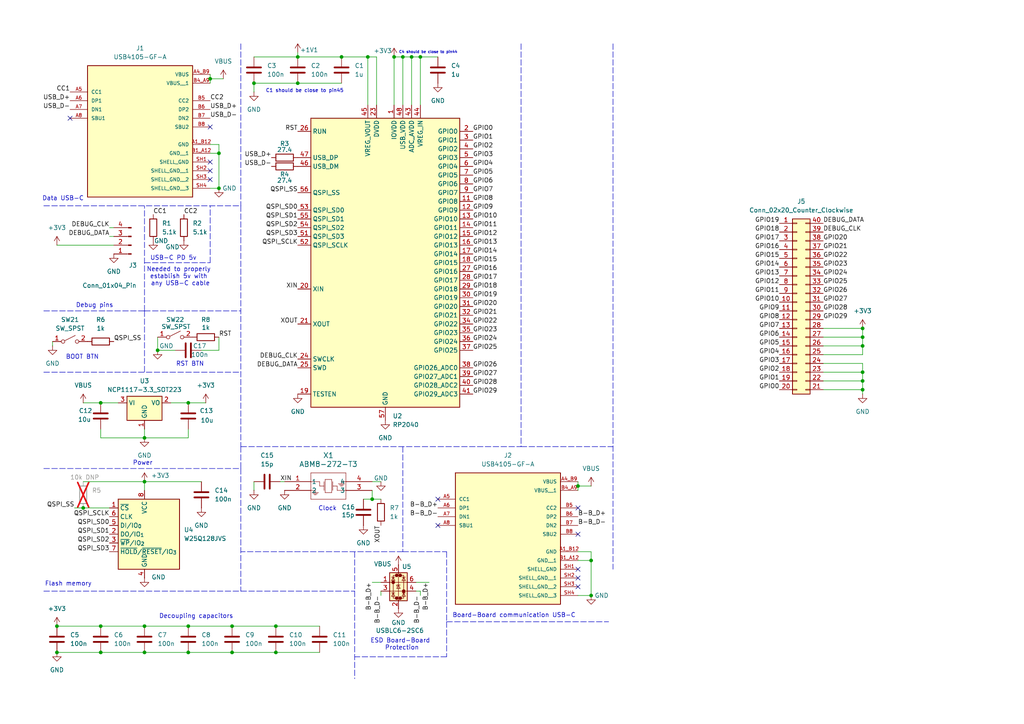
<source format=kicad_sch>
(kicad_sch (version 20250114) (generator "eeschema") (generator_version "9.0")
  (paper "A4")
  (title_block (title "Split Choc Z Board Master Layout") (date "2025-05-07") (rev "1"))
  (lib_symbols
    (symbol "2025-06-15_23-12-14:ABM8-272-T3" (pin_names (offset 0.254))
      (property "Reference" "X" (at 12.7 7.62 0))
      (property "Value" "ABM8-272-T3" (at 12.7 5.08 0))
      (symbol "ABM8-272-T3_0_1"
        (pin unspecified line (at 0 0 0) (length 7.62) (name "1") (number "1"))
        (pin unspecified line (at 0 -2.54 0) (length 7.62) (name "2") (number "2"))
        (pin unspecified line (at 25.4 0 180) (length 7.62) (name "4") (number "4"))
        (pin unspecified line (at 25.4 -2.54 180) (length 7.62) (name "3") (number "3"))
      )
    )
    (symbol "Connector:Conn_01x04_Pin" (pin_names (offset 1.016) (hide yes))
      (property "Reference" "J" (at 0 5.08 0))
      (property "Value" "Conn_01x04_Pin" (at 0 -7.62 0))
      (symbol "Conn_01x04_Pin_1_1"
        (pin passive line (at 5.08 2.54 180) (length 3.81) (name "Pin_1") (number "1"))
        (pin passive line (at 5.08 0 180) (length 3.81) (name "Pin_2") (number "2"))
        (pin passive line (at 5.08 -2.54 180) (length 3.81) (name "Pin_3") (number "3"))
        (pin passive line (at 5.08 -5.08 180) (length 3.81) (name "Pin_4") (number "4"))
      )
    )
    (symbol "Connector_Generic:Conn_02x20_Counter_Clockwise" (pin_names (offset 1.016) (hide yes))
      (property "Reference" "J" (at 1.27 25.4 0))
      (property "Value" "Conn_02x20_Counter_Clockwise" (at 1.27 -27.94 0))
      (symbol "Conn_02x20_Counter_Clockwise_1_1"
        (pin passive line (at -5.08 22.86 0) (length 3.81) (name "Pin_1") (number "1"))
        (pin passive line (at -5.08 20.32 0) (length 3.81) (name "Pin_2") (number "2"))
        (pin passive line (at -5.08 17.78 0) (length 3.81) (name "Pin_3") (number "3"))
        (pin passive line (at -5.08 15.24 0) (length 3.81) (name "Pin_4") (number "4"))
        (pin passive line (at -5.08 12.7 0) (length 3.81) (name "Pin_5") (number "5"))
        (pin passive line (at -5.08 10.16 0) (length 3.81) (name "Pin_6") (number "6"))
        (pin passive line (at -5.08 7.62 0) (length 3.81) (name "Pin_7") (number "7"))
        (pin passive line (at -5.08 5.08 0) (length 3.81) (name "Pin_8") (number "8"))
        (pin passive line (at -5.08 2.54 0) (length 3.81) (name "Pin_9") (number "9"))
        (pin passive line (at -5.08 0 0) (length 3.81) (name "Pin_10") (number "10"))
        (pin passive line (at -5.08 -2.54 0) (length 3.81) (name "Pin_11") (number "11"))
        (pin passive line (at -5.08 -5.08 0) (length 3.81) (name "Pin_12") (number "12"))
        (pin passive line (at -5.08 -7.62 0) (length 3.81) (name "Pin_13") (number "13"))
        (pin passive line (at -5.08 -10.16 0) (length 3.81) (name "Pin_14") (number "14"))
        (pin passive line (at -5.08 -12.7 0) (length 3.81) (name "Pin_15") (number "15"))
        (pin passive line (at -5.08 -15.24 0) (length 3.81) (name "Pin_16") (number "16"))
        (pin passive line (at -5.08 -17.78 0) (length 3.81) (name "Pin_17") (number "17"))
        (pin passive line (at -5.08 -20.32 0) (length 3.81) (name "Pin_18") (number "18"))
        (pin passive line (at -5.08 -22.86 0) (length 3.81) (name "Pin_19") (number "19"))
        (pin passive line (at -5.08 -25.4 0) (length 3.81) (name "Pin_20") (number "20"))
        (pin passive line (at 7.62 22.86 180) (length 3.81) (name "Pin_40") (number "40"))
        (pin passive line (at 7.62 20.32 180) (length 3.81) (name "Pin_39") (number "39"))
        (pin passive line (at 7.62 17.78 180) (length 3.81) (name "Pin_38") (number "38"))
        (pin passive line (at 7.62 15.24 180) (length 3.81) (name "Pin_37") (number "37"))
        (pin passive line (at 7.62 12.7 180) (length 3.81) (name "Pin_36") (number "36"))
        (pin passive line (at 7.62 10.16 180) (length 3.81) (name "Pin_35") (number "35"))
        (pin passive line (at 7.62 7.62 180) (length 3.81) (name "Pin_34") (number "34"))
        (pin passive line (at 7.62 5.08 180) (length 3.81) (name "Pin_33") (number "33"))
        (pin passive line (at 7.62 2.54 180) (length 3.81) (name "Pin_32") (number "32"))
        (pin passive line (at 7.62 0 180) (length 3.81) (name "Pin_31") (number "31"))
        (pin passive line (at 7.62 -2.54 180) (length 3.81) (name "Pin_30") (number "30"))
        (pin passive line (at 7.62 -5.08 180) (length 3.81) (name "Pin_29") (number "29"))
        (pin passive line (at 7.62 -7.62 180) (length 3.81) (name "Pin_28") (number "28"))
        (pin passive line (at 7.62 -10.16 180) (length 3.81) (name "Pin_27") (number "27"))
        (pin passive line (at 7.62 -12.7 180) (length 3.81) (name "Pin_26") (number "26"))
        (pin passive line (at 7.62 -15.24 180) (length 3.81) (name "Pin_25") (number "25"))
        (pin passive line (at 7.62 -17.78 180) (length 3.81) (name "Pin_24") (number "24"))
        (pin passive line (at 7.62 -20.32 180) (length 3.81) (name "Pin_23") (number "23"))
        (pin passive line (at 7.62 -22.86 180) (length 3.81) (name "Pin_22") (number "22"))
        (pin passive line (at 7.62 -25.4 180) (length 3.81) (name "Pin_21") (number "21"))
      )
    )
    (symbol "Device:C" (pin_numbers (hide yes)) (pin_names (offset 0.254))
      (property "Reference" "C" (at 0.635 2.54 0))
      (property "Value" "C" (at 0.635 -2.54 0))
      (symbol "C_1_1"
        (pin passive line (at 0 3.81 270) (length 2.794) (name "~") (number "1"))
        (pin passive line (at 0 -3.81 90) (length 2.794) (name "~") (number "2"))
      )
    )
    (symbol "Device:R" (pin_numbers (hide yes)) (pin_names (offset 0))
      (property "Reference" "R" (at 2.032 0 90))
      (property "Value" "R" (at 0 0 90))
      (symbol "R_1_1"
        (pin passive line (at 0 3.81 270) (length 1.27) (name "~") (number "1"))
        (pin passive line (at 0 -3.81 90) (length 1.27) (name "~") (number "2"))
      )
    )
    (symbol "MCU_RaspberryPi:RP2040"
      (property "Reference" "U" (at 17.78 45.72 0))
      (property "Value" "RP2040" (at 17.78 43.18 0))
      (symbol "RP2040_1_1"
        (pin input line (at -25.4 38.1 0) (length 3.81) (name "RUN") (number "26"))
        (pin bidirectional line (at -25.4 30.48 0) (length 3.81) (name "USB_DP") (number "47"))
        (pin bidirectional line (at -25.4 27.94 0) (length 3.81) (name "USB_DM") (number "46"))
        (pin bidirectional line (at -25.4 20.32 0) (length 3.81) (name "QSPI_SS") (number "56"))
        (pin bidirectional line (at -25.4 15.24 0) (length 3.81) (name "QSPI_SD0") (number "53"))
        (pin bidirectional line (at -25.4 12.7 0) (length 3.81) (name "QSPI_SD1") (number "55"))
        (pin bidirectional line (at -25.4 10.16 0) (length 3.81) (name "QSPI_SD2") (number "54"))
        (pin bidirectional line (at -25.4 7.62 0) (length 3.81) (name "QSPI_SD3") (number "51"))
        (pin output line (at -25.4 5.08 0) (length 3.81) (name "QSPI_SCLK") (number "52"))
        (pin input line (at -25.4 -7.62 0) (length 3.81) (name "XIN") (number "20"))
        (pin passive line (at -25.4 -17.78 0) (length 3.81) (name "XOUT") (number "21"))
        (pin input line (at -25.4 -27.94 0) (length 3.81) (name "SWCLK") (number "24"))
        (pin bidirectional line (at -25.4 -30.48 0) (length 3.81) (name "SWD") (number "25"))
        (pin input line (at -25.4 -38.1 0) (length 3.81) (name "TESTEN") (number "19"))
        (pin power_out line (at -5.08 45.72 270) (length 3.81) (name "VREG_VOUT") (number "45"))
        (pin power_in line (at -2.54 45.72 270) (length 3.81) (name "DVDD") (number "23"))
        (pin passive line (at -2.54 45.72 270) (length 3.81) (hide yes) (name "DVDD") (number "50"))
        (pin power_in line (at 0 -45.72 90) (length 3.81) (name "GND") (number "57"))
        (pin power_in line (at 2.54 45.72 270) (length 3.81) (name "IOVDD") (number "1"))
        (pin passive line (at 2.54 45.72 270) (length 3.81) (hide yes) (name "IOVDD") (number "10"))
        (pin passive line (at 2.54 45.72 270) (length 3.81) (hide yes) (name "IOVDD") (number "22"))
        (pin passive line (at 2.54 45.72 270) (length 3.81) (hide yes) (name "IOVDD") (number "33"))
        (pin passive line (at 2.54 45.72 270) (length 3.81) (hide yes) (name "IOVDD") (number "42"))
        (pin passive line (at 2.54 45.72 270) (length 3.81) (hide yes) (name "IOVDD") (number "49"))
        (pin power_in line (at 5.08 45.72 270) (length 3.81) (name "USB_VDD") (number "48"))
        (pin power_in line (at 7.62 45.72 270) (length 3.81) (name "ADC_AVDD") (number "43"))
        (pin power_in line (at 10.16 45.72 270) (length 3.81) (name "VREG_IN") (number "44"))
        (pin bidirectional line (at 25.4 38.1 180) (length 3.81) (name "GPIO0") (number "2"))
        (pin bidirectional line (at 25.4 35.56 180) (length 3.81) (name "GPIO1") (number "3"))
        (pin bidirectional line (at 25.4 33.02 180) (length 3.81) (name "GPIO2") (number "4"))
        (pin bidirectional line (at 25.4 30.48 180) (length 3.81) (name "GPIO3") (number "5"))
        (pin bidirectional line (at 25.4 27.94 180) (length 3.81) (name "GPIO4") (number "6"))
        (pin bidirectional line (at 25.4 25.4 180) (length 3.81) (name "GPIO5") (number "7"))
        (pin bidirectional line (at 25.4 22.86 180) (length 3.81) (name "GPIO6") (number "8"))
        (pin bidirectional line (at 25.4 20.32 180) (length 3.81) (name "GPIO7") (number "9"))
        (pin bidirectional line (at 25.4 17.78 180) (length 3.81) (name "GPIO8") (number "11"))
        (pin bidirectional line (at 25.4 15.24 180) (length 3.81) (name "GPIO9") (number "12"))
        (pin bidirectional line (at 25.4 12.7 180) (length 3.81) (name "GPIO10") (number "13"))
        (pin bidirectional line (at 25.4 10.16 180) (length 3.81) (name "GPIO11") (number "14"))
        (pin bidirectional line (at 25.4 7.62 180) (length 3.81) (name "GPIO12") (number "15"))
        (pin bidirectional line (at 25.4 5.08 180) (length 3.81) (name "GPIO13") (number "16"))
        (pin bidirectional line (at 25.4 2.54 180) (length 3.81) (name "GPIO14") (number "17"))
        (pin bidirectional line (at 25.4 0 180) (length 3.81) (name "GPIO15") (number "18"))
        (pin bidirectional line (at 25.4 -2.54 180) (length 3.81) (name "GPIO16") (number "27"))
        (pin bidirectional line (at 25.4 -5.08 180) (length 3.81) (name "GPIO17") (number "28"))
        (pin bidirectional line (at 25.4 -7.62 180) (length 3.81) (name "GPIO18") (number "29"))
        (pin bidirectional line (at 25.4 -10.16 180) (length 3.81) (name "GPIO19") (number "30"))
        (pin bidirectional line (at 25.4 -12.7 180) (length 3.81) (name "GPIO20") (number "31"))
        (pin bidirectional line (at 25.4 -15.24 180) (length 3.81) (name "GPIO21") (number "32"))
        (pin bidirectional line (at 25.4 -17.78 180) (length 3.81) (name "GPIO22") (number "34"))
        (pin bidirectional line (at 25.4 -20.32 180) (length 3.81) (name "GPIO23") (number "35"))
        (pin bidirectional line (at 25.4 -22.86 180) (length 3.81) (name "GPIO24") (number "36"))
        (pin bidirectional line (at 25.4 -25.4 180) (length 3.81) (name "GPIO25") (number "37"))
        (pin bidirectional line (at 25.4 -30.48 180) (length 3.81) (name "GPIO26_ADC0") (number "38"))
        (pin bidirectional line (at 25.4 -33.02 180) (length 3.81) (name "GPIO27_ADC1") (number "39"))
        (pin bidirectional line (at 25.4 -35.56 180) (length 3.81) (name "GPIO28_ADC2") (number "40"))
        (pin bidirectional line (at 25.4 -38.1 180) (length 3.81) (name "GPIO29_ADC3") (number "41"))
      )
    )
    (symbol "Memory_Flash:W25Q128JVS"
      (property "Reference" "U" (at -6.35 11.43 0))
      (property "Value" "W25Q128JVS" (at 7.62 11.43 0))
      (symbol "W25Q128JVS_1_1"
        (pin input line (at -10.16 7.62 0) (length 2.54) (name "~{CS}") (number "1"))
        (pin input line (at -10.16 5.08 0) (length 2.54) (name "CLK") (number "6"))
        (pin bidirectional line (at -10.16 2.54 0) (length 2.54) (name "DI/IO_{0}") (number "5"))
        (pin bidirectional line (at -10.16 0 0) (length 2.54) (name "DO/IO_{1}") (number "2"))
        (pin bidirectional line (at -10.16 -2.54 0) (length 2.54) (name "~{WP}/IO_{2}") (number "3"))
        (pin bidirectional line (at -10.16 -5.08 0) (length 2.54) (name "~{HOLD}/~{RESET}/IO_{3}") (number "7"))
        (pin power_in line (at 0 12.7 270) (length 2.54) (name "VCC") (number "8"))
        (pin power_in line (at 0 -12.7 90) (length 2.54) (name "GND") (number "4"))
      )
    )
    (symbol "Power_Protection:USBLC6-2SC6" (pin_names (hide yes))
      (property "Reference" "U" (at 0.635 5.715 0))
      (property "Value" "USBLC6-2SC6" (at 0.635 3.81 0))
      (symbol "USBLC6-2SC6_1_1"
        (pin passive line (at -5.08 0 0) (length 2.54) (name "I/O1") (number "1"))
        (pin passive line (at -5.08 -2.54 0) (length 2.54) (name "I/O2") (number "3"))
        (pin passive line (at 0 5.08 270) (length 2.54) (name "VBUS") (number "5"))
        (pin passive line (at 0 -7.62 90) (length 2.54) (name "GND") (number "2"))
        (pin passive line (at 5.08 0 180) (length 2.54) (name "I/O1") (number "6"))
        (pin passive line (at 5.08 -2.54 180) (length 2.54) (name "I/O2") (number "4"))
      )
    )
    (symbol "Regulator_Linear:NCP1117-3.3_SOT223"
      (property "Reference" "U" (at -3.81 3.175 0))
      (property "Value" "NCP1117-3.3_SOT223" (at 0 3.175 0))
      (symbol "NCP1117-3.3_SOT223_1_1"
        (pin power_in line (at -7.62 0 0) (length 2.54) (name "VI") (number "3"))
        (pin power_in line (at 0 -7.62 90) (length 2.54) (name "GND") (number "1"))
        (pin power_out line (at 7.62 0 180) (length 2.54) (name "VO") (number "2"))
      )
    )
    (symbol "Switch:SW_SPST" (pin_names (offset 0) (hide yes))
      (property "Reference" "SW" (at 0 3.175 0))
      (property "Value" "SW_SPST" (at 0 -2.54 0))
      (symbol "SW_SPST_1_1"
        (pin passive line (at -5.08 0 0) (length 2.54) (name "A") (number "1"))
        (pin passive line (at 5.08 0 180) (length 2.54) (name "B") (number "2"))
      )
    )
    (symbol "USB4105-GF-A:USB4105-GF-A" (pin_names (offset 1.016))
      (property "Reference" "J" (at -15.24 13.97 0))
      (property "Value" "USB4105-GF-A" (at -15.24 -27.94 0))
      (symbol "USB4105-GF-A_0_0"
        (pin bidirectional line (at -20.32 5.08 0) (length 5.08) (name "CC1") (number "A5"))
        (pin bidirectional line (at -20.32 2.54 0) (length 5.08) (name "DP1") (number "A6"))
        (pin bidirectional line (at -20.32 0 0) (length 5.08) (name "DN1") (number "A7"))
        (pin bidirectional line (at -20.32 -2.54 0) (length 5.08) (name "SBU1") (number "A8"))
        (pin power_in line (at 20.32 10.16 180) (length 5.08) (name "VBUS") (number "A4_B9"))
        (pin power_in line (at 20.32 7.62 180) (length 5.08) (name "VBUS__1") (number "B4_A9"))
        (pin bidirectional line (at 20.32 2.54 180) (length 5.08) (name "CC2") (number "B5"))
        (pin bidirectional line (at 20.32 0 180) (length 5.08) (name "DP2") (number "B6"))
        (pin bidirectional line (at 20.32 -2.54 180) (length 5.08) (name "DN2") (number "B7"))
        (pin bidirectional line (at 20.32 -5.08 180) (length 5.08) (name "SBU2") (number "B8"))
        (pin power_in line (at 20.32 -10.16 180) (length 5.08) (name "GND") (number "A1_B12"))
        (pin power_in line (at 20.32 -12.7 180) (length 5.08) (name "GND__1") (number "B1_A12"))
        (pin power_in line (at 20.32 -15.24 180) (length 5.08) (name "SHELL_GND") (number "SH1"))
        (pin power_in line (at 20.32 -17.78 180) (length 5.08) (name "SHELL_GND__1") (number "SH2"))
        (pin power_in line (at 20.32 -20.32 180) (length 5.08) (name "SHELL_GND__2") (number "SH3"))
        (pin power_in line (at 20.32 -22.86 180) (length 5.08) (name "SHELL_GND__3") (number "SH4"))
      )
    )
    (symbol "power:+1V1" (power) (pin_numbers (hide yes)) (pin_names (offset 0) (hide yes))
      (property "Value" "+1V1" (at 0 3.556 0))
      (symbol "+1V1_1_1"
        (pin power_in line (at 0 0 90) (length 0) (name "~") (number "1"))
      )
    )
    (symbol "power:+3V3" (power) (pin_numbers (hide yes)) (pin_names (offset 0) (hide yes))
      (property "Value" "+3V3" (at 0 3.556 0))
      (symbol "+3V3_1_1"
        (pin power_in line (at 0 0 90) (length 0) (name "~") (number "1"))
      )
    )
    (symbol "power:GND" (power) (pin_numbers (hide yes)) (pin_names (offset 0) (hide yes))
      (property "Value" "GND" (at 0 -3.81 0))
      (symbol "GND_1_1"
        (pin power_in line (at 0 0 270) (length 0) (name "~") (number "1"))
      )
    )
    (symbol "power:VBUS" (power) (pin_numbers (hide yes)) (pin_names (offset 0) (hide yes))
      (property "Value" "VBUS" (at 0 3.556 0))
      (symbol "VBUS_1_1"
        (pin power_in line (at 0 0 90) (length 0) (name "~") (number "1"))
      )
    )
  )
  (text "BOOT BTN" (at 23.876 103.632 0) (effects (font (size 1.27 1.27))))
  (text "Clock" (at 94.996 147.574 0) (effects (font (size 1.27 1.27))))
  (text "RST BTN" (at 55.118 105.664 0) (effects (font (size 1.27 1.27))))
  (text "Flash memory" (at 19.812 169.418 0) (effects (font (size 1.27 1.27))))
  (text "C1 should be close to pin45" (at 88.392 26.416 0) (effects (font (size 1.016 1.016))))
  (text "Data USB-C" (at 18.288 57.658 0) (effects (font (size 1.27 1.27))))
  (text "Board-Board communication USB-C" (at 149.098 178.562 0) (effects (font (size 1.27 1.27))))
  (text "Debug pins" (at 27.432 88.646 0) (effects (font (size 1.27 1.27))))
  (text "C4 should be close to pin44" (at 124.206 15.24 0) (effects (font (size 0.762 0.762))))
  (text "USB-C PD 5v" (at 50.292 74.93 0) (effects (font (size 1.27 1.27))))
  (text "Decoupling capacitors" (at 56.896 178.816 0) (effects (font (size 1.27 1.27))))
  (text "Power" (at 41.402 134.366 0) (effects (font (size 1.27 1.27))))
  (text "ESD Board-Board \nProtection" (at 116.586 186.944 0) (effects (font (size 1.27 1.27))))
  (text "Needed to properly \nestablish 5v with \nany USB-C cable" (at 52.324 80.264 0) (effects (font (size 1.27 1.27))))
  (junction (at 171.45 162.56))
  (junction (at 24.13 147.32))
  (junction (at 54.61 181.61))
  (junction (at 54.61 116.84))
  (junction (at 29.21 181.61))
  (junction (at 60.96 22.86))
  (junction (at 86.36 16.51))
  (junction (at 45.72 101.6))
  (junction (at 107.95 144.78))
  (junction (at 41.91 139.7))
  (junction (at 41.91 181.61))
  (junction (at 41.91 127))
  (junction (at 29.21 116.84))
  (junction (at 119.38 16.51))
  (junction (at 80.01 189.23))
  (junction (at 250.19 97.79))
  (junction (at 63.5 44.45))
  (junction (at 67.31 181.61))
  (junction (at 116.84 16.51))
  (junction (at 250.19 113.03))
  (junction (at 99.06 16.51))
  (junction (at 63.5 54.61))
  (junction (at 250.19 110.49))
  (junction (at 16.51 189.23))
  (junction (at 16.51 181.61))
  (junction (at 41.91 189.23))
  (junction (at 80.01 181.61))
  (junction (at 171.45 172.72))
  (junction (at 167.64 140.97))
  (junction (at 54.61 189.23))
  (junction (at 106.68 16.51))
  (junction (at 86.36 24.13))
  (junction (at 121.92 16.51))
  (junction (at 250.19 100.33))
  (junction (at 250.19 95.25))
  (junction (at 250.19 107.95))
  (junction (at 67.31 189.23))
  (junction (at 73.66 24.13))
  (junction (at 29.21 189.23))
  (junction (at 114.3 16.51))
  (no_connect (at 20.32 34.29))
  (no_connect (at 60.96 49.53))
  (no_connect (at 60.96 46.99))
  (no_connect (at 167.64 165.1))
  (no_connect (at 167.64 167.64))
  (no_connect (at 127 152.4))
  (no_connect (at 167.64 170.18))
  (no_connect (at 60.96 36.83))
  (no_connect (at 60.96 52.07))
  (no_connect (at 127 144.78))
  (no_connect (at 167.64 147.32))
  (no_connect (at 167.64 154.94))
  (wire (pts (xy 167.64 140.97) (xy 167.64 142.24)))
  (wire (pts (xy 67.31 181.61) (xy 80.01 181.61)))
  (polyline (pts (xy 151.13 129.54) (xy 177.8 129.54)) (stroke (width 0) (type dash)))
  (wire (pts (xy 250.19 97.79) (xy 250.19 100.33)))
  (polyline (pts (xy 69.85 171.45) (xy 102.87 171.45)) (stroke (width 0) (type dash)))
  (wire (pts (xy 24.13 139.7) (xy 41.91 139.7)))
  (polyline (pts (xy 116.84 160.02) (xy 129.54 160.02)) (stroke (width 0) (type dash)))
  (polyline (pts (xy 41.91 90.17) (xy 41.91 59.69)) (stroke (width 0) (type dash)))
  (wire (pts (xy 45.72 101.6) (xy 45.72 97.79)))
  (wire (pts (xy 119.38 16.51) (xy 121.92 16.51)))
  (wire (pts (xy 110.49 172.72) (xy 110.49 171.45)))
  (wire (pts (xy 15.24 100.33) (xy 15.24 99.06)))
  (wire (pts (xy 121.92 171.45) (xy 120.65 171.45)))
  (wire (pts (xy 67.31 189.23) (xy 80.01 189.23)))
  (wire (pts (xy 60.96 21.59) (xy 60.96 22.86)))
  (wire (pts (xy 167.64 139.7) (xy 167.64 140.97)))
  (wire (pts (xy 29.21 124.46) (xy 29.21 127)))
  (wire (pts (xy 33.02 68.58) (xy 31.75 68.58)))
  (wire (pts (xy 16.51 189.23) (xy 29.21 189.23)))
  (wire (pts (xy 60.96 22.86) (xy 64.77 22.86)))
  (polyline (pts (xy 69.85 129.54) (xy 69.85 135.89)) (stroke (width 0) (type dash)))
  (polyline (pts (xy 41.91 90.17) (xy 41.91 107.95)) (stroke (width 0) (type dash)))
  (polyline (pts (xy 12.7 171.45) (xy 69.85 171.45)) (stroke (width 0) (type dash)))
  (wire (pts (xy 119.38 30.48) (xy 119.38 16.51)))
  (wire (pts (xy 238.76 97.79) (xy 250.19 97.79)))
  (wire (pts (xy 121.92 30.48) (xy 121.92 16.51)))
  (polyline (pts (xy 69.85 12.7) (xy 69.85 59.69)) (stroke (width 0) (type dash)))
  (wire (pts (xy 29.21 127) (xy 41.91 127)))
  (wire (pts (xy 238.76 102.87) (xy 250.19 102.87)))
  (wire (pts (xy 80.01 189.23) (xy 92.71 189.23)))
  (wire (pts (xy 107.95 144.78) (xy 110.49 144.78)))
  (wire (pts (xy 54.61 116.84) (xy 59.69 116.84)))
  (wire (pts (xy 121.92 172.72) (xy 121.92 171.45)))
  (polyline (pts (xy 177.8 12.7) (xy 177.8 165.1)) (stroke (width 0) (type dash)))
  (wire (pts (xy 41.91 139.7) (xy 58.42 139.7)))
  (polyline (pts (xy 102.87 171.45) (xy 102.87 196.85)) (stroke (width 0) (type dash)))
  (wire (pts (xy 54.61 127) (xy 54.61 124.46)))
  (wire (pts (xy 250.19 100.33) (xy 250.19 102.87)))
  (wire (pts (xy 238.76 107.95) (xy 250.19 107.95)))
  (wire (pts (xy 107.95 142.24) (xy 107.95 144.78)))
  (polyline (pts (xy 12.7 135.89) (xy 69.85 135.89)) (stroke (width 0) (type dash)))
  (wire (pts (xy 114.3 16.51) (xy 116.84 16.51)))
  (wire (pts (xy 238.76 110.49) (xy 250.19 110.49)))
  (wire (pts (xy 29.21 181.61) (xy 41.91 181.61)))
  (wire (pts (xy 21.59 147.32) (xy 24.13 147.32)))
  (wire (pts (xy 54.61 189.23) (xy 67.31 189.23)))
  (wire (pts (xy 119.38 16.51) (xy 116.84 16.51)))
  (wire (pts (xy 16.51 181.61) (xy 29.21 181.61)))
  (wire (pts (xy 171.45 162.56) (xy 171.45 172.72)))
  (wire (pts (xy 86.36 24.13) (xy 99.06 24.13)))
  (wire (pts (xy 238.76 105.41) (xy 250.19 105.41)))
  (wire (pts (xy 63.5 41.91) (xy 60.96 41.91)))
  (wire (pts (xy 29.21 189.23) (xy 41.91 189.23)))
  (wire (pts (xy 81.28 139.7) (xy 82.55 139.7)))
  (wire (pts (xy 49.53 116.84) (xy 54.61 116.84)))
  (wire (pts (xy 167.64 140.97) (xy 171.45 140.97)))
  (polyline (pts (xy 41.91 76.2) (xy 60.96 76.2)) (stroke (width 0) (type dash)))
  (wire (pts (xy 16.51 71.12) (xy 33.02 71.12)))
  (wire (pts (xy 250.19 95.25) (xy 250.19 97.79)))
  (wire (pts (xy 171.45 162.56) (xy 167.64 162.56)))
  (polyline (pts (xy 69.85 135.89) (xy 69.85 171.45)) (stroke (width 0) (type dash)))
  (polyline (pts (xy 151.13 12.7) (xy 151.13 129.54)) (stroke (width 0) (type dash)))
  (wire (pts (xy 63.5 44.45) (xy 63.5 54.61)))
  (polyline (pts (xy 69.85 129.54) (xy 151.13 129.54)) (stroke (width 0) (type dash)))
  (polyline (pts (xy 102.87 160.02) (xy 102.87 171.45)) (stroke (width 0) (type dash)))
  (wire (pts (xy 167.64 172.72) (xy 171.45 172.72)))
  (wire (pts (xy 73.66 139.7) (xy 73.66 142.24)))
  (wire (pts (xy 63.5 101.6) (xy 63.5 97.79)))
  (wire (pts (xy 41.91 189.23) (xy 54.61 189.23)))
  (wire (pts (xy 33.02 66.04) (xy 31.75 66.04)))
  (polyline (pts (xy 12.7 59.69) (xy 69.85 59.69)) (stroke (width 0) (type dash)))
  (wire (pts (xy 124.46 168.91) (xy 120.65 168.91)))
  (wire (pts (xy 116.84 16.51) (xy 116.84 30.48)))
  (wire (pts (xy 45.72 101.6) (xy 50.8 101.6)))
  (wire (pts (xy 250.19 113.03) (xy 250.19 114.3)))
  (polyline (pts (xy 60.96 76.2) (xy 60.96 59.69)) (stroke (width 0) (type dash)))
  (wire (pts (xy 238.76 113.03) (xy 250.19 113.03)))
  (polyline (pts (xy 129.54 180.34) (xy 176.53 180.34)) (stroke (width 0) (type dash)))
  (wire (pts (xy 54.61 181.61) (xy 67.31 181.61)))
  (wire (pts (xy 80.01 181.61) (xy 92.71 181.61)))
  (wire (pts (xy 60.96 54.61) (xy 63.5 54.61)))
  (wire (pts (xy 238.76 95.25) (xy 250.19 95.25)))
  (wire (pts (xy 106.68 16.51) (xy 99.06 16.51)))
  (wire (pts (xy 86.36 15.24) (xy 86.36 16.51)))
  (wire (pts (xy 24.13 147.32) (xy 31.75 147.32)))
  (wire (pts (xy 109.22 16.51) (xy 106.68 16.51)))
  (wire (pts (xy 107.95 168.91) (xy 110.49 168.91)))
  (wire (pts (xy 109.22 30.48) (xy 109.22 16.51)))
  (polyline (pts (xy 12.7 90.17) (xy 41.91 90.17)) (stroke (width 0) (type dash)))
  (wire (pts (xy 250.19 110.49) (xy 250.19 113.03)))
  (polyline (pts (xy 129.54 180.34) (xy 129.54 190.5)) (stroke (width 0) (type dash)))
  (wire (pts (xy 73.66 24.13) (xy 86.36 24.13)))
  (wire (pts (xy 24.13 116.84) (xy 29.21 116.84)))
  (wire (pts (xy 60.96 22.86) (xy 60.96 24.13)))
  (polyline (pts (xy 41.91 90.17) (xy 69.85 90.17)) (stroke (width 0) (type dash)))
  (polyline (pts (xy 116.84 129.54) (xy 116.84 160.02)) (stroke (width 0) (type dash)))
  (wire (pts (xy 73.66 16.51) (xy 86.36 16.51)))
  (wire (pts (xy 171.45 160.02) (xy 167.64 160.02)))
  (wire (pts (xy 63.5 41.91) (xy 63.5 44.45)))
  (polyline (pts (xy 12.7 107.95) (xy 69.85 107.95)) (stroke (width 0) (type dash)))
  (wire (pts (xy 86.36 16.51) (xy 99.06 16.51)))
  (wire (pts (xy 250.19 105.41) (xy 250.19 107.95)))
  (wire (pts (xy 41.91 142.24) (xy 41.91 139.7)))
  (wire (pts (xy 73.66 24.13) (xy 73.66 26.67)))
  (wire (pts (xy 41.91 124.46) (xy 41.91 127)))
  (polyline (pts (xy 129.54 190.5) (xy 102.87 190.5)) (stroke (width 0) (type dash)))
  (wire (pts (xy 63.5 44.45) (xy 60.96 44.45)))
  (polyline (pts (xy 69.85 59.69) (xy 69.85 129.54)) (stroke (width 0) (type dash)))
  (polyline (pts (xy 129.54 160.02) (xy 129.54 180.34)) (stroke (width 0) (type dash)))
  (wire (pts (xy 29.21 116.84) (xy 34.29 116.84)))
  (wire (pts (xy 238.76 100.33) (xy 250.19 100.33)))
  (wire (pts (xy 114.3 30.48) (xy 114.3 16.51)))
  (wire (pts (xy 171.45 160.02) (xy 171.45 162.56)))
  (wire (pts (xy 110.49 139.7) (xy 107.95 139.7)))
  (wire (pts (xy 41.91 127) (xy 54.61 127)))
  (wire (pts (xy 121.92 16.51) (xy 127 16.51)))
  (wire (pts (xy 250.19 107.95) (xy 250.19 110.49)))
  (wire (pts (xy 107.95 144.78) (xy 105.41 144.78)))
  (wire (pts (xy 106.68 16.51) (xy 106.68 30.48)))
  (wire (pts (xy 41.91 181.61) (xy 54.61 181.61)))
  (polyline (pts (xy 116.84 160.02) (xy 69.85 160.02)) (stroke (width 0) (type dash)))
  (wire (pts (xy 58.42 101.6) (xy 63.5 101.6)))
  (label "USB_D+" (at 78.74 45.72 180))
  (label "RST" (at 86.36 38.1 180))
  (label "QSPI_SD2" (at 31.75 157.48 180))
  (label "DEBUG_DATA" (at 86.36 106.68 180))
  (label "DEBUG_DATA" (at 238.76 64.77 0))
  (label "GPIO15" (at 226.06 74.93 180))
  (label "GPIO19" (at 226.06 64.77 180))
  (label "QSPI_SD0" (at 86.36 60.96 180))
  (label "GPIO3" (at 137.16 45.72 0))
  (label "GPIO20" (at 238.76 69.85 0))
  (label "QSPI_SD3" (at 31.75 160.02 180))
  (label "GPIO12" (at 137.16 68.58 0))
  (label "QSPI_SD3" (at 86.36 68.58 180))
  (label "CC2" (at 60.96 29.21 0))
  (label "GPIO23" (at 137.16 96.52 0))
  (label "DEBUG_CLK" (at 86.36 104.14 180))
  (label "QSPI_SS" (at 21.59 147.32 180))
  (label "GPIO6" (at 137.16 53.34 0))
  (label "GPIO1" (at 137.16 40.64 0))
  (label "GPIO8" (at 226.06 92.71 180))
  (label "CC1" (at 20.32 26.67 180))
  (label "XIN" (at 86.36 83.82 180))
  (label "GPIO29" (at 238.76 92.71 0))
  (label "GPIO17" (at 137.16 81.28 0))
  (label "QSPI_SD1" (at 31.75 154.94 180))
  (label "GPIO7" (at 137.16 55.88 0))
  (label "GPIO23" (at 238.76 77.47 0))
  (label "USB_D+" (at 20.32 29.21 180))
  (label "GPIO1" (at 226.06 110.49 180))
  (label "GPIO14" (at 226.06 77.47 180))
  (label "GPIO11" (at 226.06 85.09 180))
  (label "GPIO10" (at 226.06 87.63 180))
  (label "GPIO25" (at 137.16 101.6 0))
  (label "USB_D-" (at 20.32 31.75 180))
  (label "B-B_D-" (at 121.92 172.72 270))
  (label "GPIO24" (at 137.16 99.06 0))
  (label "GPIO11" (at 137.16 66.04 0))
  (label "GPIO26" (at 238.76 85.09 0))
  (label "GPIO7" (at 226.06 95.25 180))
  (label "GPIO22" (at 238.76 74.93 0))
  (label "GPIO12" (at 226.06 82.55 180))
  (label "GPIO6" (at 226.06 97.79 180))
  (label "GPIO28" (at 137.16 111.76 0))
  (label "GPIO17" (at 226.06 69.85 180))
  (label "QSPI_SD2" (at 86.36 66.04 180))
  (label "QSPI_SS" (at 86.36 55.88 180))
  (label "DEBUG_DATA" (at 31.75 68.58 180))
  (label "GPIO24" (at 238.76 80.01 0))
  (label "QSPI_SCLK" (at 31.75 149.86 180))
  (label "CC2" (at 53.34 62.23 0))
  (label "B-B_D-" (at 167.64 152.4 0))
  (label "B-B_D+" (at 124.46 168.91 270))
  (label "GPIO8" (at 137.16 58.42 0))
  (label "GPIO13" (at 226.06 80.01 180))
  (label "GPIO14" (at 137.16 73.66 0))
  (label "USB_D+" (at 60.96 31.75 0))
  (label "XIN" (at 81.28 139.7 0))
  (label "GPIO9" (at 137.16 60.96 0))
  (label "B-B_D-" (at 127 149.86 180))
  (label "CC1" (at 44.45 62.23 0))
  (label "XOUT" (at 110.49 152.4 270))
  (label "B-B_D+" (at 167.64 149.86 0))
  (label "GPIO13" (at 137.16 71.12 0))
  (label "QSPI_SD1" (at 86.36 63.5 180))
  (label "GPIO22" (at 137.16 93.98 0))
  (label "QSPI_SCLK" (at 86.36 71.12 180))
  (label "GPIO16" (at 226.06 72.39 180))
  (label "GPIO0" (at 226.06 113.03 180))
  (label "GPIO4" (at 137.16 48.26 0))
  (label "B-B_D+" (at 127 147.32 180))
  (label "GPIO4" (at 226.06 102.87 180))
  (label "QSPI_SD0" (at 31.75 152.4 180))
  (label "RST" (at 63.5 97.79 0))
  (label "GPIO18" (at 137.16 83.82 0))
  (label "DEBUG_CLK" (at 238.76 67.31 0))
  (label "GPIO20" (at 137.16 88.9 0))
  (label "QSPI_SS" (at 33.02 99.06 0))
  (label "GPIO21" (at 137.16 91.44 0))
  (label "DEBUG_CLK" (at 31.75 66.04 180))
  (label "GPIO25" (at 238.76 82.55 0))
  (label "GPIO0" (at 137.16 38.1 0))
  (label "GPIO28" (at 238.76 90.17 0))
  (label "GPIO21" (at 238.76 72.39 0))
  (label "GPIO27" (at 137.16 109.22 0))
  (label "B-B_D+" (at 107.95 168.91 270))
  (label "USB_D-" (at 78.74 48.26 180))
  (label "GPIO9" (at 226.06 90.17 180))
  (label "XOUT" (at 86.36 93.98 180))
  (label "GPIO5" (at 137.16 50.8 0))
  (label "GPIO10" (at 137.16 63.5 0))
  (label "GPIO19" (at 137.16 86.36 0))
  (label "GPIO27" (at 238.76 87.63 0))
  (label "GPIO15" (at 137.16 76.2 0))
  (label "GPIO29" (at 137.16 114.3 0))
  (label "B-B_D-" (at 110.49 172.72 270))
  (label "GPIO5" (at 226.06 100.33 180))
  (label "USB_D-" (at 60.96 34.29 0))
  (label "GPIO18" (at 226.06 67.31 180))
  (label "GPIO2" (at 137.16 43.18 0))
  (label "GPIO2" (at 226.06 107.95 180))
  (label "GPIO26" (at 137.16 106.68 0))
  (label "GPIO16" (at 137.16 78.74 0))
  (label "GPIO3" (at 226.06 105.41 180))
  (symbol (lib_id "Device:R") (at 29.21 99.06 90) (unit 1)
    (property "Reference" "R6" (at 29.21 92.71 90))
    (property "Value" "1k" (at 29.21 95.25 90))
    (property "Footprint" "Resistor_SMD:R_0603_1608Metric" (effects (hide yes)))
    (property "Description" "Resistor" (effects (hide yes)))
  )
  (symbol (lib_id "power:+3V3") (at 16.51 181.61 0) (unit 1)
    (property "Reference" "#PWR03" (effects (hide yes)))
    (property "Value" "+3V3" (at 16.51 176.53 0))
    (property "Description" "Power symbol creates a global label with name \"+3V3\"" (effects (hide yes)))
  )
  (symbol (lib_id "power:+3V3") (at 59.69 116.84 0) (unit 1)
    (property "Reference" "#PWR016" (effects (hide yes)))
    (property "Value" "+3V3" (at 59.69 111.76 0))
    (property "Description" "Power symbol creates a global label with name \"+3V3\"" (effects (hide yes)))
  )
  (symbol (lib_id "Device:C") (at 29.21 120.65 0) (unit 1)
    (property "Reference" "C12" (at 22.86 119.126 0) (effects (justify left)))
    (property "Value" "10u" (at 22.606 121.666 0) (effects (justify left)))
    (property "Footprint" "Capacitor_SMD:C_0402_1005Metric" (effects (hide yes)))
    (property "Description" "Unpolarized capacitor" (effects (hide yes)))
  )
  (symbol (lib_id "Connector_Generic:Conn_02x20_Counter_Clockwise") (at 231.14 87.63 0) (unit 1)
    (property "Reference" "J5" (at 232.41 58.42 0))
    (property "Value" "Conn_02x20_Counter_Clockwise" (at 232.41 60.96 0))
    (property "Footprint" "Connector_PinHeader_2.54mm:PinHeader_2x20_P2.54mm_Vertical" (effects (hide yes)))
    (property "Description" "Generic connector, double row, 02x20, counter clockwise pin numbering scheme (similar to DIP package numbering), script generated (kicad-library-utils/schlib/autogen/connector/)" (effects (hide yes)))
  )
  (symbol (lib_id "Device:C") (at 99.06 20.32 0) (unit 1)
    (property "Reference" "C1" (at 102.87 19.0499 0) (effects (justify left)))
    (property "Value" "1u" (at 102.87 21.5899 0) (effects (justify left)))
    (property "Footprint" "Capacitor_SMD:C_0402_1005Metric" (effects (hide yes)))
    (property "Description" "Unpolarized capacitor" (effects (hide yes)))
  )
  (symbol (lib_id "power:GND") (at 63.5 54.61 0) (unit 1)
    (property "Reference" "#PWR021" (effects (hide yes)))
    (property "Value" "GND" (at 66.548 54.61 0))
    (property "Description" "Power symbol creates a global label with name \"GND\" , ground" (effects (hide yes)))
  )
  (symbol (lib_id "Device:R") (at 44.45 66.04 180) (unit 1)
    (property "Reference" "R1" (at 46.99 64.7699 0) (effects (justify right)))
    (property "Value" "5.1k" (at 46.99 67.3099 0) (effects (justify right)))
    (property "Footprint" "Resistor_SMD:R_0603_1608Metric" (effects (hide yes)))
    (property "Description" "Resistor" (effects (hide yes)))
  )
  (symbol (lib_id "power:GND") (at 15.24 100.33 0) (unit 1)
    (property "Reference" "#PWR024" (effects (hide yes)))
    (property "Value" "GND" (at 15.24 105.41 0))
    (property "Description" "Power symbol creates a global label with name \"GND\" , ground" (effects (hide yes)))
  )
  (symbol (lib_id "MCU_RaspberryPi:RP2040") (at 111.76 76.2 0) (unit 1)
    (property "Reference" "U2" (at 113.9033 120.65 0) (effects (justify left)))
    (property "Value" "RP2040" (at 113.9033 123.19 0) (effects (justify left)))
    (property "Footprint" "Package_DFN_QFN:QFN-56-1EP_7x7mm_P0.4mm_EP3.2x3.2mm" (effects (hide yes)))
    (property "Datasheet" "https://datasheets.raspberrypi.com/rp2040/rp2040-datasheet.pdf" (effects (hide yes)))
    (property "Description" "A microcontroller by Raspberry Pi" (effects (hide yes)))
  )
  (symbol (lib_id "power:GND") (at 86.36 114.3 0) (unit 1)
    (property "Reference" "#PWR035" (effects (hide yes)))
    (property "Value" "GND" (at 86.36 119.38 0))
    (property "Description" "Power symbol creates a global label with name \"GND\" , ground" (effects (hide yes)))
  )
  (symbol (lib_id "Device:R") (at 24.13 143.51 0) (unit 1) (dnp yes)
    (property "Reference" "R5" (at 26.67 142.2399 0) (effects (justify left)))
    (property "Value" "10k DNP" (at 20.32 138.43 0) (effects (justify left)))
    (property "Footprint" "Resistor_SMD:R_0603_1608Metric" (effects (hide yes)))
    (property "Description" "Resistor" (effects (hide yes)))
  )
  (symbol (lib_id "power:GND") (at 82.55 142.24 0) (unit 1)
    (property "Reference" "#PWR029" (effects (hide yes)))
    (property "Value" "GND" (at 82.55 147.32 0))
    (property "Description" "Power symbol creates a global label with name \"GND\" , ground" (effects (hide yes)))
  )
  (symbol (lib_id "power:GND") (at 41.91 127 0) (unit 1)
    (property "Reference" "#PWR017" (effects (hide yes)))
    (property "Value" "GND" (at 41.91 132.08 0))
    (property "Description" "Power symbol creates a global label with name \"GND\" , ground" (effects (hide yes)))
  )
  (symbol (lib_id "power:VBUS") (at 171.45 140.97 0) (unit 1)
    (property "Reference" "#PWR032" (effects (hide yes)))
    (property "Value" "VBUS" (at 171.45 135.89 0))
    (property "Description" "Power symbol creates a global label with name \"VBUS\"" (effects (hide yes)))
  )
  (symbol (lib_id "power:+3V3") (at 250.19 95.25 0) (unit 1)
    (property "Reference" "#PWR02" (effects (hide yes)))
    (property "Value" "+3V3" (at 250.19 90.17 0))
    (property "Description" "Power symbol creates a global label with name \"+3V3\"" (effects (hide yes)))
  )
  (symbol (lib_id "Device:C") (at 73.66 20.32 0) (unit 1)
    (property "Reference" "C3" (at 77.47 19.0499 0) (effects (justify left)))
    (property "Value" "100n" (at 77.47 21.5899 0) (effects (justify left)))
    (property "Footprint" "Capacitor_SMD:C_0402_1005Metric" (effects (hide yes)))
    (property "Description" "Unpolarized capacitor" (effects (hide yes)))
  )
  (symbol (lib_id "power:VBUS") (at 115.57 163.83 0) (unit 1)
    (property "Reference" "#PWR033" (effects (hide yes)))
    (property "Value" "VBUS" (at 110.998 163.576 0))
    (property "Description" "Power symbol creates a global label with name \"VBUS\"" (effects (hide yes)))
  )
  (symbol (lib_id "Device:C") (at 80.01 185.42 0) (unit 1)
    (property "Reference" "C10" (at 83.82 184.1499 0) (effects (justify left)))
    (property "Value" "100n" (at 83.82 186.6899 0) (effects (justify left)))
    (property "Footprint" "Capacitor_SMD:C_0402_1005Metric" (effects (hide yes)))
    (property "Description" "Unpolarized capacitor" (effects (hide yes)))
  )
  (symbol (lib_id "Connector:Conn_01x04_Pin") (at 38.1 71.12 180) (unit 1)
    (property "Reference" "J3" (at 37.338 76.962 0) (effects (justify right)))
    (property "Value" "Conn_01x04_Pin" (at 23.876 82.804 0) (effects (justify right)))
    (property "Footprint" "Connector_PinHeader_2.54mm:PinHeader_1x04_P2.54mm_Vertical" (effects (hide yes)))
    (property "Description" "Generic connector, single row, 01x04, script generated" (effects (hide yes)))
  )
  (symbol (lib_id "USB4105-GF-A:USB4105-GF-A") (at 40.64 31.75 0) (unit 1)
    (property "Reference" "J1" (at 40.64 13.97 0))
    (property "Value" "USB4105-GF-A" (at 40.64 16.51 0))
    (property "Footprint" "Library:GCT_USB4105-GF-A" (effects (hide yes)))
    (property "PARTREV" "B4" (effects (hide yes)))
    (property "STANDARD" "Manufacturer Recommendations" (effects (hide yes)))
    (property "MAXIMUM_PACKAGE_HEIGHT" "3.31 mm" (effects (hide yes)))
    (property "MANUFACTURER" "GCT" (effects (hide yes)))
  )
  (symbol (lib_id "power:GND") (at 44.45 69.85 0) (unit 1)
    (property "Reference" "#PWR011" (effects (hide yes)))
    (property "Value" "GND" (at 46.736 69.85 0))
    (property "Description" "Power symbol creates a global label with name \"GND\" , ground" (effects (hide yes)))
  )
  (symbol (lib_id "Regulator_Linear:NCP1117-3.3_SOT223") (at 41.91 116.84 0) (unit 1)
    (property "Reference" "U3" (at 41.91 110.49 0))
    (property "Value" "NCP1117-3.3_SOT223" (at 41.91 113.03 0))
    (property "Footprint" "Package_TO_SOT_SMD:SOT-223-3_TabPin2" (effects (hide yes)))
    (property "Datasheet" "http://www.onsemi.com/pub_link/Collateral/NCP1117-D.PDF" (effects (hide yes)))
    (property "Description" "1A Low drop-out regulator, Fixed Output 3.3V, SOT-223" (effects (hide yes)))
  )
  (symbol (lib_id "Device:C") (at 77.47 139.7 90) (unit 1)
    (property "Reference" "C15" (at 77.47 132.08 90))
    (property "Value" "15p" (at 77.47 134.62 90))
    (property "Footprint" "Capacitor_SMD:C_0402_1005Metric" (effects (hide yes)))
    (property "Description" "Unpolarized capacitor" (effects (hide yes)))
  )
  (symbol (lib_id "Device:C") (at 58.42 143.51 0) (unit 1)
    (property "Reference" "C14" (at 62.23 142.2399 0) (effects (justify left)))
    (property "Value" "100n" (at 62.23 144.7799 0) (effects (justify left)))
    (property "Footprint" "Capacitor_SMD:C_0402_1005Metric" (effects (hide yes)))
    (property "Description" "Unpolarized capacitor" (effects (hide yes)))
  )
  (symbol (lib_id "Device:R") (at 82.55 48.26 90) (unit 1)
    (property "Reference" "R4" (at 82.55 50.546 90))
    (property "Value" "27.4" (at 82.55 52.324 90))
    (property "Footprint" "Resistor_SMD:R_0603_1608Metric" (effects (hide yes)))
    (property "Description" "Resistor" (effects (hide yes)))
  )
  (symbol (lib_id "Device:C") (at 16.51 185.42 0) (unit 1)
    (property "Reference" "C5" (at 20.32 184.1499 0) (effects (justify left)))
    (property "Value" "100n" (at 20.32 186.6899 0) (effects (justify left)))
    (property "Footprint" "Capacitor_SMD:C_0402_1005Metric" (effects (hide yes)))
    (property "Description" "Unpolarized capacitor" (effects (hide yes)))
  )
  (symbol (lib_id "Device:C") (at 86.36 20.32 0) (unit 1)
    (property "Reference" "C2" (at 90.17 19.0499 0) (effects (justify left)))
    (property "Value" "100n" (at 90.17 21.5899 0) (effects (justify left)))
    (property "Footprint" "Capacitor_SMD:C_0402_1005Metric" (effects (hide yes)))
    (property "Description" "Unpolarized capacitor" (effects (hide yes)))
  )
  (symbol (lib_id "Device:C") (at 67.31 185.42 0) (unit 1)
    (property "Reference" "C9" (at 71.12 184.1499 0) (effects (justify left)))
    (property "Value" "100n" (at 71.12 186.6899 0) (effects (justify left)))
    (property "Footprint" "Capacitor_SMD:C_0402_1005Metric" (effects (hide yes)))
    (property "Description" "Unpolarized capacitor" (effects (hide yes)))
  )
  (symbol (lib_id "power:GND") (at 16.51 189.23 0) (unit 1)
    (property "Reference" "#PWR013" (effects (hide yes)))
    (property "Value" "GND" (at 16.51 194.31 0))
    (property "Description" "Power symbol creates a global label with name \"GND\" , ground" (effects (hide yes)))
  )
  (symbol (lib_id "power:VBUS") (at 24.13 116.84 0) (unit 1)
    (property "Reference" "#PWR015" (effects (hide yes)))
    (property "Value" "VBUS" (at 24.13 111.76 0))
    (property "Description" "Power symbol creates a global label with name \"VBUS\"" (effects (hide yes)))
  )
  (symbol (lib_id "power:GND") (at 73.66 26.67 0) (unit 1)
    (property "Reference" "#PWR07" (effects (hide yes)))
    (property "Value" "GND" (at 73.66 31.75 0))
    (property "Description" "Power symbol creates a global label with name \"GND\" , ground" (effects (hide yes)))
  )
  (symbol (lib_id "Device:C") (at 54.61 120.65 0) (unit 1)
    (property "Reference" "C13" (at 57.912 119.126 0) (effects (justify left)))
    (property "Value" "10u" (at 58.166 121.92 0) (effects (justify left)))
    (property "Footprint" "Capacitor_SMD:C_0402_1005Metric" (effects (hide yes)))
    (property "Description" "Unpolarized capacitor" (effects (hide yes)))
  )
  (symbol (lib_id "power:+3V3") (at 41.91 139.7 0) (unit 1)
    (property "Reference" "#PWR023" (effects (hide yes)))
    (property "Value" "+3V3" (at 46.482 137.922 0))
    (property "Description" "Power symbol creates a global label with name \"+3V3\"" (effects (hide yes)))
  )
  (symbol (lib_id "power:GND") (at 105.41 152.4 0) (unit 1)
    (property "Reference" "#PWR027" (effects (hide yes)))
    (property "Value" "GND" (at 105.41 157.48 0))
    (property "Description" "Power symbol creates a global label with name \"GND\" , ground" (effects (hide yes)))
  )
  (symbol (lib_id "power:GND") (at 111.76 121.92 0) (unit 1)
    (property "Reference" "#PWR05" (effects (hide yes)))
    (property "Value" "GND" (at 111.76 127 0))
    (property "Description" "Power symbol creates a global label with name \"GND\" , ground" (effects (hide yes)))
  )
  (symbol (lib_id "power:VBUS") (at 64.77 22.86 0) (unit 1)
    (property "Reference" "#PWR014" (effects (hide yes)))
    (property "Value" "VBUS" (at 64.77 17.78 0))
    (property "Description" "Power symbol creates a global label with name \"VBUS\"" (effects (hide yes)))
  )
  (symbol (lib_id "Device:C") (at 92.71 185.42 0) (unit 1)
    (property "Reference" "C11" (at 96.52 184.1499 0) (effects (justify left)))
    (property "Value" "100n" (at 96.52 186.6899 0) (effects (justify left)))
    (property "Footprint" "Capacitor_SMD:C_0402_1005Metric" (effects (hide yes)))
    (property "Description" "Unpolarized capacitor" (effects (hide yes)))
  )
  (symbol (lib_id "Device:R") (at 82.55 45.72 90) (unit 1)
    (property "Reference" "R3" (at 82.55 41.656 90))
    (property "Value" "27.4" (at 82.55 43.434 90))
    (property "Footprint" "Resistor_SMD:R_0603_1608Metric" (effects (hide yes)))
    (property "Description" "Resistor" (effects (hide yes)))
  )
  (symbol (lib_id "Device:C") (at 105.41 148.59 0) (unit 1)
    (property "Reference" "C16" (at 99.06 147.066 0) (effects (justify left)))
    (property "Value" "15p" (at 99.06 149.352 0) (effects (justify left)))
    (property "Footprint" "Capacitor_SMD:C_0402_1005Metric" (effects (hide yes)))
    (property "Description" "Unpolarized capacitor" (effects (hide yes)))
  )
  (symbol (lib_id "power:GND") (at 33.02 73.66 0) (unit 1)
    (property "Reference" "#PWR04" (effects (hide yes)))
    (property "Value" "GND" (at 33.02 78.74 0))
    (property "Description" "Power symbol creates a global label with name \"GND\" , ground" (effects (hide yes)))
  )
  (symbol (lib_id "Power_Protection:USBLC6-2SC6") (at 115.57 168.91 0) (unit 1)
    (property "Reference" "U5" (at 116.586 164.338 0) (effects (justify left)))
    (property "Value" "USBLC6-2SC6" (at 108.966 182.88 0) (effects (justify left)))
    (property "Footprint" "Package_TO_SOT_SMD:SOT-23-6" (effects (hide yes)))
    (property "Datasheet" "https://www.st.com/resource/en/datasheet/usblc6-2.pdf" (effects (hide yes)))
    (property "Description" "Very low capacitance ESD protection diode, 2 data-line, SOT-23-6" (effects (hide yes)))
  )
  (symbol (lib_id "Device:R") (at 53.34 66.04 0) (unit 1)
    (property "Reference" "R2" (at 55.88 64.7699 0) (effects (justify left)))
    (property "Value" "5.1k" (at 55.88 67.3099 0) (effects (justify left)))
    (property "Footprint" "Resistor_SMD:R_0603_1608Metric" (effects (hide yes)))
    (property "Description" "Resistor" (effects (hide yes)))
  )
  (symbol (lib_id "power:+1V1") (at 86.36 15.24 0) (unit 1)
    (property "Reference" "#PWR08" (effects (hide yes)))
    (property "Value" "+1V1" (at 89.662 14.478 0))
    (property "Description" "Power symbol creates a global label with name \"+1V1\"" (effects (hide yes)))
  )
  (symbol (lib_id "USB4105-GF-A:USB4105-GF-A") (at 147.32 149.86 0) (unit 1)
    (property "Reference" "J2" (at 147.32 132.08 0))
    (property "Value" "USB4105-GF-A" (at 147.32 134.62 0))
    (property "Footprint" "Library:GCT_USB4105-GF-A" (effects (hide yes)))
    (property "PARTREV" "B4" (effects (hide yes)))
    (property "STANDARD" "Manufacturer Recommendations" (effects (hide yes)))
    (property "MAXIMUM_PACKAGE_HEIGHT" "3.31 mm" (effects (hide yes)))
    (property "MANUFACTURER" "GCT" (effects (hide yes)))
  )
  (symbol (lib_id "Device:C") (at 54.61 185.42 0) (unit 1)
    (property "Reference" "C8" (at 58.42 184.1499 0) (effects (justify left)))
    (property "Value" "100n" (at 58.42 186.6899 0) (effects (justify left)))
    (property "Footprint" "Capacitor_SMD:C_0402_1005Metric" (effects (hide yes)))
    (property "Description" "Unpolarized capacitor" (effects (hide yes)))
  )
  (symbol (lib_id "power:GND") (at 127 24.13 0) (unit 1)
    (property "Reference" "#PWR06" (effects (hide yes)))
    (property "Value" "GND" (at 127 29.21 0))
    (property "Description" "Power symbol creates a global label with name \"GND\" , ground" (effects (hide yes)))
  )
  (symbol (lib_id "power:GND") (at 58.42 147.32 0) (unit 1)
    (property "Reference" "#PWR022" (effects (hide yes)))
    (property "Value" "GND" (at 58.42 152.4 0))
    (property "Description" "Power symbol creates a global label with name \"GND\" , ground" (effects (hide yes)))
  )
  (symbol (lib_id "2025-06-15_23-12-14:ABM8-272-T3") (at 82.55 139.7 0) (unit 1)
    (property "Reference" "X1" (at 95.25 132.08 0) (effects (font (size 1.524 1.524))))
    (property "Value" "ABM8-272-T3" (at 95.25 134.62 0) (effects (font (size 1.524 1.524))))
    (property "Footprint" "Library:ABM8-272-T3_ABR" (effects (hide yes)))
    (property "Datasheet" "ABM8-272-T3" (effects (hide yes)))
  )
  (symbol (lib_id "power:GND") (at 73.66 142.24 0) (unit 1)
    (property "Reference" "#PWR026" (effects (hide yes)))
    (property "Value" "GND" (at 73.66 147.32 0))
    (property "Description" "Power symbol creates a global label with name \"GND\" , ground" (effects (hide yes)))
  )
  (symbol (lib_id "Device:R") (at 110.49 148.59 180) (unit 1)
    (property "Reference" "R7" (at 113.03 147.3199 0) (effects (justify right)))
    (property "Value" "1k" (at 113.03 149.8599 0) (effects (justify right)))
    (property "Footprint" "Resistor_SMD:R_0603_1608Metric" (effects (hide yes)))
    (property "Description" "Resistor" (effects (hide yes)))
  )
  (symbol (lib_id "power:GND") (at 53.34 69.85 0) (unit 1)
    (property "Reference" "#PWR012" (effects (hide yes)))
    (property "Value" "GND" (at 50.038 71.628 0))
    (property "Description" "Power symbol creates a global label with name \"GND\" , ground" (effects (hide yes)))
  )
  (symbol (lib_id "Memory_Flash:W25Q128JVS") (at 41.91 154.94 0) (unit 1)
    (property "Reference" "U4" (at 53.34 153.6699 0) (effects (justify left)))
    (property "Value" "W25Q128JVS" (at 53.34 156.2099 0) (effects (justify left)))
    (property "Footprint" "Package_SO:SOIC-8_5.3x5.3mm_P1.27mm" (effects (hide yes)))
    (property "Datasheet" "https://www.winbond.com/resource-files/w25q128jv_dtr%20revc%2003272018%20plus.pdf" (effects (hide yes)))
    (property "Description" "128Mbit / 16MiB Serial Flash Memory, Standard/Dual/Quad SPI, 2.7-3.6V, SOIC-8" (effects (hide yes)))
  )
  (symbol (lib_id "power:GND") (at 250.19 114.3 0) (unit 1)
    (property "Reference" "#PWR010" (effects (hide yes)))
    (property "Value" "GND" (at 250.19 119.38 0))
    (property "Description" "Power symbol creates a global label with name \"GND\" , ground" (effects (hide yes)))
  )
  (symbol (lib_id "Device:C") (at 127 20.32 0) (unit 1)
    (property "Reference" "C4" (at 130.81 19.0499 0) (effects (justify left)))
    (property "Value" "1u" (at 130.81 21.5899 0) (effects (justify left)))
    (property "Footprint" "Capacitor_SMD:C_0402_1005Metric" (effects (hide yes)))
    (property "Description" "Unpolarized capacitor" (effects (hide yes)))
  )
  (symbol (lib_id "Device:C") (at 41.91 185.42 0) (unit 1)
    (property "Reference" "C7" (at 45.72 184.1499 0) (effects (justify left)))
    (property "Value" "100n" (at 45.72 186.6899 0) (effects (justify left)))
    (property "Footprint" "Capacitor_SMD:C_0402_1005Metric" (effects (hide yes)))
    (property "Description" "Unpolarized capacitor" (effects (hide yes)))
  )
  (symbol (lib_id "power:GND") (at 171.45 172.72 0) (unit 1)
    (property "Reference" "#PWR031" (effects (hide yes)))
    (property "Value" "GND" (at 174.498 172.72 0))
    (property "Description" "Power symbol creates a global label with name \"GND\" , ground" (effects (hide yes)))
  )
  (symbol (lib_id "power:GND") (at 110.49 139.7 0) (unit 1)
    (property "Reference" "#PWR028" (effects (hide yes)))
    (property "Value" "GND" (at 110.49 138.684 0))
    (property "Description" "Power symbol creates a global label with name \"GND\" , ground" (effects (hide yes)))
  )
  (symbol (lib_id "power:GND") (at 41.91 167.64 0) (unit 1)
    (property "Reference" "#PWR020" (effects (hide yes)))
    (property "Value" "GND" (at 45.974 167.386 0))
    (property "Description" "Power symbol creates a global label with name \"GND\" , ground" (effects (hide yes)))
  )
  (symbol (lib_id "Device:C") (at 29.21 185.42 0) (unit 1)
    (property "Reference" "C6" (at 33.02 184.1499 0) (effects (justify left)))
    (property "Value" "100n" (at 33.02 186.6899 0) (effects (justify left)))
    (property "Footprint" "Capacitor_SMD:C_0402_1005Metric" (effects (hide yes)))
    (property "Description" "Unpolarized capacitor" (effects (hide yes)))
  )
  (symbol (lib_id "Device:C") (at 54.61 101.6 90) (unit 1)
    (property "Reference" "C17" (at 57.912 100.33 90))
    (property "Value" "100n" (at 57.912 102.87 90))
    (property "Footprint" "Capacitor_SMD:C_0402_1005Metric" (effects (hide yes)))
    (property "Description" "Unpolarized capacitor" (effects (hide yes)))
  )
  (symbol (lib_id "Device:R") (at 59.69 97.79 90) (unit 1)
    (property "Reference" "R8" (at 59.69 92.71 90))
    (property "Value" "1k" (at 59.69 94.996 90))
    (property "Footprint" "Resistor_SMD:R_0603_1608Metric" (effects (hide yes)))
    (property "Description" "Resistor" (effects (hide yes)))
  )
  (symbol (lib_id "power:+3V3") (at 114.3 16.51 0) (unit 1)
    (property "Reference" "#PWR01" (effects (hide yes)))
    (property "Value" "+3V3" (at 110.998 14.732 0))
    (property "Description" "Power symbol creates a global label with name \"+3V3\"" (effects (hide yes)))
  )
  (symbol (lib_id "power:GND") (at 115.57 176.53 0) (unit 1)
    (property "Reference" "#PWR034" (effects (hide yes)))
    (property "Value" "GND" (at 115.57 180.594 0))
    (property "Description" "Power symbol creates a global label with name \"GND\" , ground" (effects (hide yes)))
  )
  (symbol (lib_id "power:+3V3") (at 16.51 71.12 0) (unit 1)
    (property "Reference" "#PWR09" (effects (hide yes)))
    (property "Value" "+3V3" (at 16.51 66.04 0))
    (property "Description" "Power symbol creates a global label with name \"+3V3\"" (effects (hide yes)))
  )
  (symbol (lib_id "Switch:SW_SPST") (at 50.8 97.79 0) (unit 1)
    (property "Reference" "SW22" (at 50.8 92.71 0))
    (property "Value" "SW_SPST" (at 51.054 94.742 0))
    (property "Footprint" "Library:SW_TL3315NF250Q" (effects (hide yes)))
    (property "Description" "Single Pole Single Throw (SPST) switch" (effects (hide yes)))
  )
  (symbol (lib_id "Switch:SW_SPST") (at 20.32 99.06 0) (unit 1)
    (property "Reference" "SW21" (at 20.32 92.71 0))
    (property "Value" "SW_SPST" (at 20.32 95.25 0))
    (property "Footprint" "Library:SW_TL3315NF250Q" (effects (hide yes)))
    (property "Description" "Single Pole Single Throw (SPST) switch" (effects (hide yes)))
  )
  (symbol (lib_id "power:GND") (at 45.72 101.6 0) (unit 1)
    (property "Reference" "#PWR030" (effects (hide yes)))
    (property "Value" "GND" (at 48.26 100.33 0))
    (property "Description" "Power symbol creates a global label with name \"GND\" , ground" (effects (hide yes)))
  )
)
</source>
